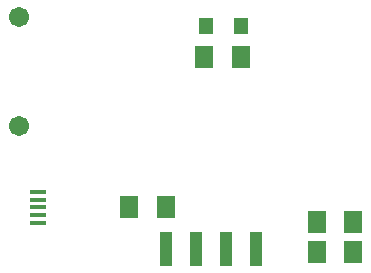
<source format=gbp>
G04 MADE WITH FRITZING*
G04 WWW.FRITZING.ORG*
G04 DOUBLE SIDED*
G04 HOLES PLATED*
G04 CONTOUR ON CENTER OF CONTOUR VECTOR*
%ASAXBY*%
%FSLAX23Y23*%
%MOIN*%
%OFA0B0*%
%SFA1.0B1.0*%
%ADD10C,0.067244*%
%ADD11R,0.047244X0.055118*%
%ADD12R,0.062992X0.074803*%
%ADD13R,0.039370X0.118110*%
%ADD14R,0.055118X0.013780*%
%ADD15R,0.001000X0.001000*%
%LNPASTEMASK0*%
G90*
G70*
G54D10*
X107Y840D03*
X107Y477D03*
G54D11*
X848Y809D03*
X730Y809D03*
G54D12*
X1221Y55D03*
X1099Y55D03*
X1221Y155D03*
X1099Y155D03*
X596Y205D03*
X474Y205D03*
X846Y705D03*
X724Y705D03*
G54D13*
X596Y67D03*
X696Y67D03*
X796Y67D03*
X896Y67D03*
G54D14*
X171Y154D03*
X171Y256D03*
X171Y179D03*
X171Y205D03*
X171Y230D03*
G54D15*
D02*
G04 End of PasteMask0*
M02*
</source>
